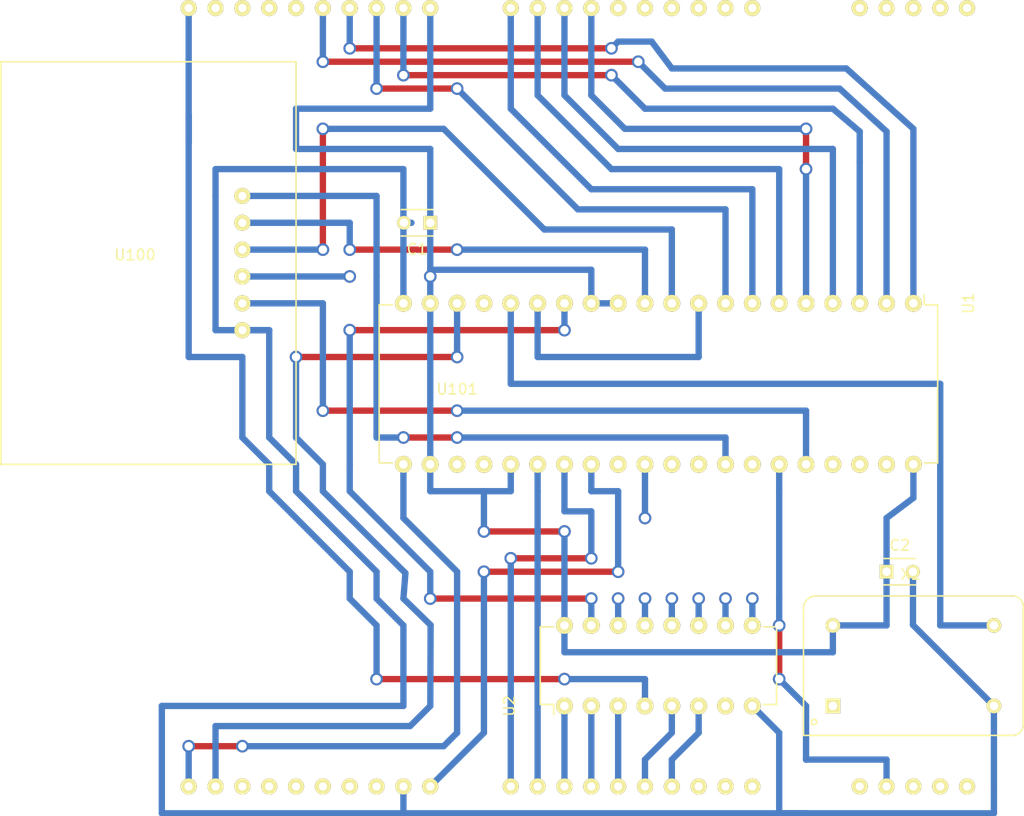
<source format=kicad_pcb>
(kicad_pcb (version 4) (host pcbnew 4.0.2-4+6225~38~ubuntu14.04.1-stable)

  (general
    (links 43)
    (no_connects 2)
    (area 0 0 0 0)
    (thickness 1.6)
    (drawings 0)
    (tracks 261)
    (zones 0)
    (modules 7)
    (nets 70)
  )

  (page A4)
  (layers
    (0 F.Cu signal)
    (31 B.Cu signal)
    (32 B.Adhes user)
    (33 F.Adhes user)
    (34 B.Paste user)
    (35 F.Paste user)
    (36 B.SilkS user)
    (37 F.SilkS user)
    (38 B.Mask user)
    (39 F.Mask user)
    (40 Dwgs.User user)
    (41 Cmts.User user)
    (42 Eco1.User user)
    (43 Eco2.User user)
    (44 Edge.Cuts user)
    (45 Margin user)
    (46 B.CrtYd user)
    (47 F.CrtYd user)
    (48 B.Fab user)
    (49 F.Fab user)
  )

  (setup
    (last_trace_width 0.6)
    (trace_clearance 0.2)
    (zone_clearance 0.508)
    (zone_45_only no)
    (trace_min 0.2)
    (segment_width 0.2)
    (edge_width 0.15)
    (via_size 1.2)
    (via_drill 0.8)
    (via_min_size 0.4)
    (via_min_drill 0.3)
    (uvia_size 0.3)
    (uvia_drill 0.1)
    (uvias_allowed no)
    (uvia_min_size 0.2)
    (uvia_min_drill 0.1)
    (pcb_text_width 0.3)
    (pcb_text_size 1.5 1.5)
    (mod_edge_width 0.15)
    (mod_text_size 1 1)
    (mod_text_width 0.15)
    (pad_size 1.524 1.524)
    (pad_drill 0.762)
    (pad_to_mask_clearance 0.2)
    (aux_axis_origin 0 0)
    (visible_elements FFFFFF7F)
    (pcbplotparams
      (layerselection 0x00030_80000001)
      (usegerberextensions false)
      (excludeedgelayer true)
      (linewidth 0.100000)
      (plotframeref false)
      (viasonmask false)
      (mode 1)
      (useauxorigin false)
      (hpglpennumber 1)
      (hpglpenspeed 20)
      (hpglpendiameter 15)
      (hpglpenoverlay 2)
      (psnegative false)
      (psa4output false)
      (plotreference true)
      (plotvalue true)
      (plotinvisibletext false)
      (padsonsilk false)
      (subtractmaskfromsilk false)
      (outputformat 1)
      (mirror false)
      (drillshape 1)
      (scaleselection 1)
      (outputdirectory ""))
  )

  (net 0 "")
  (net 1 a3)
  (net 2 a4)
  (net 3 a5)
  (net 4 iorq)
  (net 5 a6)
  (net 6 a7)
  (net 7 "Net-(U2-Pad7)")
  (net 8 GND)
  (net 9 "Net-(U2-Pad9)")
  (net 10 "Net-(U2-Pad10)")
  (net 11 "Net-(U2-Pad11)")
  (net 12 "Net-(U2-Pad12)")
  (net 13 "Net-(U2-Pad13)")
  (net 14 "Net-(U2-Pad14)")
  (net 15 uart_cs)
  (net 16 VCC)
  (net 17 dtr)
  (net 18 tx)
  (net 19 rx)
  (net 20 "Net-(U100-Pad3)")
  (net 21 cts)
  (net 22 "Net-(U101-Pad25)")
  (net 23 d5)
  (net 24 d2)
  (net 25 d7)
  (net 26 d0)
  (net 27 d1)
  (net 28 "Net-(U101-Pad16)")
  (net 29 "Net-(U101-Pad17)")
  (net 30 "Net-(U101-Pad18)")
  (net 31 "Net-(U101-Pad19)")
  (net 32 d3)
  (net 33 d4)
  (net 34 "Net-(U101-Pad6)")
  (net 35 "Net-(U101-Pad5)")
  (net 36 "Net-(U101-Pad4)")
  (net 37 "Net-(U101-Pad3)")
  (net 38 "Net-(U101-Pad2)")
  (net 39 "Net-(U101-Pad1)")
  (net 40 d6)
  (net 41 rd)
  (net 42 wr)
  (net 43 "Net-(U101-Pad23)")
  (net 44 "Net-(U101-Pad24)")
  (net 45 "Net-(U101-Pad26)")
  (net 46 "Net-(U101-Pad27)")
  (net 47 "Net-(U101-Pad28)")
  (net 48 a0)
  (net 49 a1)
  (net 50 a2)
  (net 51 "Net-(U101-Pad38)")
  (net 52 "Net-(U101-Pad39)")
  (net 53 "Net-(U101-Pad40)")
  (net 54 "Net-(U101-Pad46)")
  (net 55 reset)
  (net 56 "Net-(X1-Pad1)")
  (net 57 clock)
  (net 58 "Net-(U1-Pad15)")
  (net 59 "Net-(U1-Pad17)")
  (net 60 "Net-(U1-Pad23)")
  (net 61 "Net-(U1-Pad24)")
  (net 62 "Net-(U1-Pad29)")
  (net 63 "Net-(U1-Pad30)")
  (net 64 "Net-(U1-Pad31)")
  (net 65 "Net-(U1-Pad32)")
  (net 66 "Net-(U1-Pad34)")
  (net 67 "Net-(U1-Pad37)")
  (net 68 "Net-(U1-Pad38)")
  (net 69 "Net-(U1-Pad39)")

  (net_class Default "This is the default net class."
    (clearance 0.2)
    (trace_width 0.6)
    (via_dia 1.2)
    (via_drill 0.8)
    (uvia_dia 0.3)
    (uvia_drill 0.1)
    (add_net GND)
    (add_net "Net-(U1-Pad15)")
    (add_net "Net-(U1-Pad17)")
    (add_net "Net-(U1-Pad23)")
    (add_net "Net-(U1-Pad24)")
    (add_net "Net-(U1-Pad29)")
    (add_net "Net-(U1-Pad30)")
    (add_net "Net-(U1-Pad31)")
    (add_net "Net-(U1-Pad32)")
    (add_net "Net-(U1-Pad34)")
    (add_net "Net-(U1-Pad37)")
    (add_net "Net-(U1-Pad38)")
    (add_net "Net-(U1-Pad39)")
    (add_net "Net-(U100-Pad3)")
    (add_net "Net-(U101-Pad1)")
    (add_net "Net-(U101-Pad16)")
    (add_net "Net-(U101-Pad17)")
    (add_net "Net-(U101-Pad18)")
    (add_net "Net-(U101-Pad19)")
    (add_net "Net-(U101-Pad2)")
    (add_net "Net-(U101-Pad23)")
    (add_net "Net-(U101-Pad24)")
    (add_net "Net-(U101-Pad25)")
    (add_net "Net-(U101-Pad26)")
    (add_net "Net-(U101-Pad27)")
    (add_net "Net-(U101-Pad28)")
    (add_net "Net-(U101-Pad3)")
    (add_net "Net-(U101-Pad38)")
    (add_net "Net-(U101-Pad39)")
    (add_net "Net-(U101-Pad4)")
    (add_net "Net-(U101-Pad40)")
    (add_net "Net-(U101-Pad46)")
    (add_net "Net-(U101-Pad5)")
    (add_net "Net-(U101-Pad6)")
    (add_net "Net-(U2-Pad10)")
    (add_net "Net-(U2-Pad11)")
    (add_net "Net-(U2-Pad12)")
    (add_net "Net-(U2-Pad13)")
    (add_net "Net-(U2-Pad14)")
    (add_net "Net-(U2-Pad7)")
    (add_net "Net-(U2-Pad9)")
    (add_net "Net-(X1-Pad1)")
    (add_net VCC)
    (add_net a0)
    (add_net a1)
    (add_net a2)
    (add_net a3)
    (add_net a4)
    (add_net a5)
    (add_net a6)
    (add_net a7)
    (add_net clock)
    (add_net cts)
    (add_net d0)
    (add_net d1)
    (add_net d2)
    (add_net d3)
    (add_net d4)
    (add_net d5)
    (add_net d6)
    (add_net d7)
    (add_net dtr)
    (add_net iorq)
    (add_net rd)
    (add_net reset)
    (add_net rx)
    (add_net tx)
    (add_net uart_cs)
    (add_net wr)
  )

  (module Housings_DIP:DIP-16_W7.62mm (layer F.Cu) (tedit 54130A77) (tstamp 5777FAB1)
    (at 142.24 132.08 90)
    (descr "16-lead dip package, row spacing 7.62 mm (300 mils)")
    (tags "dil dip 2.54 300")
    (path /576A0D11)
    (fp_text reference U2 (at 0 -5.22 90) (layer F.SilkS)
      (effects (font (size 1 1) (thickness 0.15)))
    )
    (fp_text value 74LS238 (at 0 -3.72 90) (layer F.Fab)
      (effects (font (size 1 1) (thickness 0.15)))
    )
    (fp_line (start -1.05 -2.45) (end -1.05 20.25) (layer F.CrtYd) (width 0.05))
    (fp_line (start 8.65 -2.45) (end 8.65 20.25) (layer F.CrtYd) (width 0.05))
    (fp_line (start -1.05 -2.45) (end 8.65 -2.45) (layer F.CrtYd) (width 0.05))
    (fp_line (start -1.05 20.25) (end 8.65 20.25) (layer F.CrtYd) (width 0.05))
    (fp_line (start 0.135 -2.295) (end 0.135 -1.025) (layer F.SilkS) (width 0.15))
    (fp_line (start 7.485 -2.295) (end 7.485 -1.025) (layer F.SilkS) (width 0.15))
    (fp_line (start 7.485 20.075) (end 7.485 18.805) (layer F.SilkS) (width 0.15))
    (fp_line (start 0.135 20.075) (end 0.135 18.805) (layer F.SilkS) (width 0.15))
    (fp_line (start 0.135 -2.295) (end 7.485 -2.295) (layer F.SilkS) (width 0.15))
    (fp_line (start 0.135 20.075) (end 7.485 20.075) (layer F.SilkS) (width 0.15))
    (fp_line (start 0.135 -1.025) (end -0.8 -1.025) (layer F.SilkS) (width 0.15))
    (pad 1 thru_hole oval (at 0 0 90) (size 1.6 1.6) (drill 0.8) (layers *.Cu *.Mask F.SilkS)
      (net 1 a3))
    (pad 2 thru_hole oval (at 0 2.54 90) (size 1.6 1.6) (drill 0.8) (layers *.Cu *.Mask F.SilkS)
      (net 2 a4))
    (pad 3 thru_hole oval (at 0 5.08 90) (size 1.6 1.6) (drill 0.8) (layers *.Cu *.Mask F.SilkS)
      (net 3 a5))
    (pad 4 thru_hole oval (at 0 7.62 90) (size 1.6 1.6) (drill 0.8) (layers *.Cu *.Mask F.SilkS)
      (net 4 iorq))
    (pad 5 thru_hole oval (at 0 10.16 90) (size 1.6 1.6) (drill 0.8) (layers *.Cu *.Mask F.SilkS)
      (net 5 a6))
    (pad 6 thru_hole oval (at 0 12.7 90) (size 1.6 1.6) (drill 0.8) (layers *.Cu *.Mask F.SilkS)
      (net 6 a7))
    (pad 7 thru_hole oval (at 0 15.24 90) (size 1.6 1.6) (drill 0.8) (layers *.Cu *.Mask F.SilkS)
      (net 7 "Net-(U2-Pad7)"))
    (pad 8 thru_hole oval (at 0 17.78 90) (size 1.6 1.6) (drill 0.8) (layers *.Cu *.Mask F.SilkS)
      (net 8 GND))
    (pad 9 thru_hole oval (at 7.62 17.78 90) (size 1.6 1.6) (drill 0.8) (layers *.Cu *.Mask F.SilkS)
      (net 9 "Net-(U2-Pad9)"))
    (pad 10 thru_hole oval (at 7.62 15.24 90) (size 1.6 1.6) (drill 0.8) (layers *.Cu *.Mask F.SilkS)
      (net 10 "Net-(U2-Pad10)"))
    (pad 11 thru_hole oval (at 7.62 12.7 90) (size 1.6 1.6) (drill 0.8) (layers *.Cu *.Mask F.SilkS)
      (net 11 "Net-(U2-Pad11)"))
    (pad 12 thru_hole oval (at 7.62 10.16 90) (size 1.6 1.6) (drill 0.8) (layers *.Cu *.Mask F.SilkS)
      (net 12 "Net-(U2-Pad12)"))
    (pad 13 thru_hole oval (at 7.62 7.62 90) (size 1.6 1.6) (drill 0.8) (layers *.Cu *.Mask F.SilkS)
      (net 13 "Net-(U2-Pad13)"))
    (pad 14 thru_hole oval (at 7.62 5.08 90) (size 1.6 1.6) (drill 0.8) (layers *.Cu *.Mask F.SilkS)
      (net 14 "Net-(U2-Pad14)"))
    (pad 15 thru_hole oval (at 7.62 2.54 90) (size 1.6 1.6) (drill 0.8) (layers *.Cu *.Mask F.SilkS)
      (net 15 uart_cs))
    (pad 16 thru_hole oval (at 7.62 0 90) (size 1.6 1.6) (drill 0.8) (layers *.Cu *.Mask F.SilkS)
      (net 16 VCC))
    (model Housings_DIP.3dshapes/DIP-16_W7.62mm.wrl
      (at (xyz 0 0 0))
      (scale (xyz 1 1 1))
      (rotate (xyz 0 0 0))
    )
  )

  (module kicad:serial_to_usb_large (layer F.Cu) (tedit 5777F346) (tstamp 5777FAC0)
    (at 101.6 88.9)
    (path /5777F6E9)
    (fp_text reference U100 (at 0 0.5) (layer F.SilkS)
      (effects (font (size 1 1) (thickness 0.15)))
    )
    (fp_text value serial_port_interface (at 0 -0.5) (layer F.Fab)
      (effects (font (size 1 1) (thickness 0.15)))
    )
    (fp_line (start 10.16 -17.78) (end 15.24 -17.78) (layer F.SilkS) (width 0.15))
    (fp_line (start 15.24 -17.78) (end 15.24 20.32) (layer F.SilkS) (width 0.15))
    (fp_line (start 15.24 20.32) (end -12.7 20.32) (layer F.SilkS) (width 0.15))
    (fp_line (start -12.7 20.32) (end -12.7 -17.78) (layer F.SilkS) (width 0.15))
    (fp_line (start -12.7 -17.78) (end 10.16 -17.78) (layer F.SilkS) (width 0.15))
    (pad 6 thru_hole circle (at 10.16 -5.08) (size 1.524 1.524) (drill 0.762) (layers *.Cu *.Mask F.SilkS)
      (net 17 dtr))
    (pad 5 thru_hole circle (at 10.16 -2.54) (size 1.524 1.524) (drill 0.762) (layers *.Cu *.Mask F.SilkS)
      (net 18 tx))
    (pad 4 thru_hole circle (at 10.16 0) (size 1.524 1.524) (drill 0.762) (layers *.Cu *.Mask F.SilkS)
      (net 19 rx))
    (pad 3 thru_hole circle (at 10.16 2.54) (size 1.524 1.524) (drill 0.762) (layers *.Cu *.Mask F.SilkS)
      (net 20 "Net-(U100-Pad3)"))
    (pad 2 thru_hole circle (at 10.16 5.08) (size 1.524 1.524) (drill 0.762) (layers *.Cu *.Mask F.SilkS)
      (net 21 cts))
    (pad 1 thru_hole circle (at 10.16 7.62) (size 1.524 1.524) (drill 0.762) (layers *.Cu *.Mask F.SilkS)
      (net 8 GND))
  )

  (module kicad:z80systemboard (layer F.Cu) (tedit 572E37BF) (tstamp 5777FAF6)
    (at 132.08 101.6)
    (path /576A08A0)
    (fp_text reference U101 (at 0 0.5) (layer F.SilkS)
      (effects (font (size 1 1) (thickness 0.15)))
    )
    (fp_text value z80pcb (at 0 -0.5) (layer F.Fab)
      (effects (font (size 1 1) (thickness 0.15)))
    )
    (pad 25 thru_hole circle (at -15.24 38.1) (size 1.524 1.524) (drill 0.762) (layers *.Cu *.Mask F.SilkS)
      (net 22 "Net-(U101-Pad25)"))
    (pad 9 thru_hole circle (at 7.62 -35.56) (size 1.524 1.524) (drill 0.762) (layers *.Cu *.Mask F.SilkS)
      (net 23 d5))
    (pad 12 thru_hole circle (at -5.08 -35.56) (size 1.524 1.524) (drill 0.762) (layers *.Cu *.Mask F.SilkS)
      (net 24 d2))
    (pad 11 thru_hole circle (at -2.54 -35.56) (size 1.524 1.524) (drill 0.762) (layers *.Cu *.Mask F.SilkS)
      (net 16 VCC))
    (pad 13 thru_hole circle (at -7.62 -35.56) (size 1.524 1.524) (drill 0.762) (layers *.Cu *.Mask F.SilkS)
      (net 25 d7))
    (pad 14 thru_hole circle (at -10.16 -35.56) (size 1.524 1.524) (drill 0.762) (layers *.Cu *.Mask F.SilkS)
      (net 26 d0))
    (pad 15 thru_hole circle (at -12.7 -35.56) (size 1.524 1.524) (drill 0.762) (layers *.Cu *.Mask F.SilkS)
      (net 27 d1))
    (pad 16 thru_hole circle (at -15.24 -35.56) (size 1.524 1.524) (drill 0.762) (layers *.Cu *.Mask F.SilkS)
      (net 28 "Net-(U101-Pad16)"))
    (pad 17 thru_hole circle (at -17.78 -35.56) (size 1.524 1.524) (drill 0.762) (layers *.Cu *.Mask F.SilkS)
      (net 29 "Net-(U101-Pad17)"))
    (pad 18 thru_hole circle (at -20.32 -35.56) (size 1.524 1.524) (drill 0.762) (layers *.Cu *.Mask F.SilkS)
      (net 30 "Net-(U101-Pad18)"))
    (pad 19 thru_hole circle (at -22.86 -35.56) (size 1.524 1.524) (drill 0.762) (layers *.Cu *.Mask F.SilkS)
      (net 31 "Net-(U101-Pad19)"))
    (pad 20 thru_hole circle (at -25.4 -35.56) (size 1.524 1.524) (drill 0.762) (layers *.Cu *.Mask F.SilkS)
      (net 4 iorq))
    (pad 8 thru_hole circle (at 10.16 -35.56) (size 1.524 1.524) (drill 0.762) (layers *.Cu *.Mask F.SilkS)
      (net 32 d3))
    (pad 7 thru_hole circle (at 12.7 -35.56) (size 1.524 1.524) (drill 0.762) (layers *.Cu *.Mask F.SilkS)
      (net 33 d4))
    (pad 6 thru_hole circle (at 15.24 -35.56) (size 1.524 1.524) (drill 0.762) (layers *.Cu *.Mask F.SilkS)
      (net 34 "Net-(U101-Pad6)"))
    (pad 5 thru_hole circle (at 17.78 -35.56) (size 1.524 1.524) (drill 0.762) (layers *.Cu *.Mask F.SilkS)
      (net 35 "Net-(U101-Pad5)"))
    (pad 4 thru_hole circle (at 20.32 -35.56) (size 1.524 1.524) (drill 0.762) (layers *.Cu *.Mask F.SilkS)
      (net 36 "Net-(U101-Pad4)"))
    (pad 3 thru_hole circle (at 22.86 -35.56) (size 1.524 1.524) (drill 0.762) (layers *.Cu *.Mask F.SilkS)
      (net 37 "Net-(U101-Pad3)"))
    (pad 2 thru_hole circle (at 25.4 -35.56) (size 1.524 1.524) (drill 0.762) (layers *.Cu *.Mask F.SilkS)
      (net 38 "Net-(U101-Pad2)"))
    (pad 1 thru_hole circle (at 27.94 -35.56) (size 1.524 1.524) (drill 0.762) (layers *.Cu *.Mask F.SilkS)
      (net 39 "Net-(U101-Pad1)"))
    (pad 10 thru_hole circle (at 5.08 -35.56) (size 1.524 1.524) (drill 0.762) (layers *.Cu *.Mask F.SilkS)
      (net 40 d6))
    (pad 21 thru_hole circle (at -25.4 38.1) (size 1.524 1.524) (drill 0.762) (layers *.Cu *.Mask F.SilkS)
      (net 41 rd))
    (pad 22 thru_hole circle (at -22.86 38.1) (size 1.524 1.524) (drill 0.762) (layers *.Cu *.Mask F.SilkS)
      (net 42 wr))
    (pad 23 thru_hole circle (at -20.32 38.1) (size 1.524 1.524) (drill 0.762) (layers *.Cu *.Mask F.SilkS)
      (net 43 "Net-(U101-Pad23)"))
    (pad 24 thru_hole circle (at -17.78 38.1) (size 1.524 1.524) (drill 0.762) (layers *.Cu *.Mask F.SilkS)
      (net 44 "Net-(U101-Pad24)"))
    (pad 26 thru_hole circle (at -12.7 38.1) (size 1.524 1.524) (drill 0.762) (layers *.Cu *.Mask F.SilkS)
      (net 45 "Net-(U101-Pad26)"))
    (pad 27 thru_hole circle (at -10.16 38.1) (size 1.524 1.524) (drill 0.762) (layers *.Cu *.Mask F.SilkS)
      (net 46 "Net-(U101-Pad27)"))
    (pad 28 thru_hole circle (at -7.62 38.1) (size 1.524 1.524) (drill 0.762) (layers *.Cu *.Mask F.SilkS)
      (net 47 "Net-(U101-Pad28)"))
    (pad 29 thru_hole circle (at -5.08 38.1) (size 1.524 1.524) (drill 0.762) (layers *.Cu *.Mask F.SilkS)
      (net 8 GND))
    (pad 30 thru_hole circle (at -2.54 38.1) (size 1.524 1.524) (drill 0.762) (layers *.Cu *.Mask F.SilkS)
      (net 48 a0))
    (pad 31 thru_hole circle (at 5.08 38.1) (size 1.524 1.524) (drill 0.762) (layers *.Cu *.Mask F.SilkS)
      (net 49 a1))
    (pad 32 thru_hole circle (at 7.62 38.1) (size 1.524 1.524) (drill 0.762) (layers *.Cu *.Mask F.SilkS)
      (net 50 a2))
    (pad 33 thru_hole circle (at 10.16 38.1) (size 1.524 1.524) (drill 0.762) (layers *.Cu *.Mask F.SilkS)
      (net 1 a3))
    (pad 34 thru_hole circle (at 12.7 38.1) (size 1.524 1.524) (drill 0.762) (layers *.Cu *.Mask F.SilkS)
      (net 2 a4))
    (pad 35 thru_hole circle (at 15.24 38.1) (size 1.524 1.524) (drill 0.762) (layers *.Cu *.Mask F.SilkS)
      (net 3 a5))
    (pad 36 thru_hole circle (at 17.78 38.1) (size 1.524 1.524) (drill 0.762) (layers *.Cu *.Mask F.SilkS)
      (net 5 a6))
    (pad 37 thru_hole circle (at 20.32 38.1) (size 1.524 1.524) (drill 0.762) (layers *.Cu *.Mask F.SilkS)
      (net 6 a7))
    (pad 38 thru_hole circle (at 22.86 38.1) (size 1.524 1.524) (drill 0.762) (layers *.Cu *.Mask F.SilkS)
      (net 51 "Net-(U101-Pad38)"))
    (pad 39 thru_hole circle (at 25.4 38.1) (size 1.524 1.524) (drill 0.762) (layers *.Cu *.Mask F.SilkS)
      (net 52 "Net-(U101-Pad39)"))
    (pad 40 thru_hole circle (at 27.94 38.1) (size 1.524 1.524) (drill 0.762) (layers *.Cu *.Mask F.SilkS)
      (net 53 "Net-(U101-Pad40)"))
    (pad 45 thru_hole circle (at 38.1 -35.56) (size 1.524 1.524) (drill 0.762) (layers *.Cu *.Mask F.SilkS))
    (pad 44 thru_hole circle (at 40.64 -35.56) (size 1.524 1.524) (drill 0.762) (layers *.Cu *.Mask F.SilkS))
    (pad 43 thru_hole circle (at 43.18 -35.56) (size 1.524 1.524) (drill 0.762) (layers *.Cu *.Mask F.SilkS))
    (pad 42 thru_hole circle (at 45.72 -35.56) (size 1.524 1.524) (drill 0.762) (layers *.Cu *.Mask F.SilkS))
    (pad 41 thru_hole circle (at 48.26 -35.56) (size 1.524 1.524) (drill 0.762) (layers *.Cu *.Mask F.SilkS))
    (pad 46 thru_hole circle (at 38.1 38.1) (size 1.524 1.524) (drill 0.762) (layers *.Cu *.Mask F.SilkS)
      (net 54 "Net-(U101-Pad46)"))
    (pad 47 thru_hole circle (at 40.64 38.1) (size 1.524 1.524) (drill 0.762) (layers *.Cu *.Mask F.SilkS)
      (net 55 reset))
    (pad 48 thru_hole circle (at 43.18 38.1) (size 1.524 1.524) (drill 0.762) (layers *.Cu *.Mask F.SilkS))
    (pad 49 thru_hole circle (at 45.72 38.1) (size 1.524 1.524) (drill 0.762) (layers *.Cu *.Mask F.SilkS))
    (pad 50 thru_hole circle (at 48.26 38.1) (size 1.524 1.524) (drill 0.762) (layers *.Cu *.Mask F.SilkS))
  )

  (module Oscillators:KXO-200 (layer F.Cu) (tedit 0) (tstamp 5777FB06)
    (at 175.26 128.27)
    (descr "OSCILLATOR IC KXO-200 Throuhole")
    (tags "X-Tal OSCILLATOR KXO-200")
    (path /576A1F0F)
    (fp_text reference X1 (at -0.254 -8.636) (layer F.SilkS)
      (effects (font (size 1 1) (thickness 0.15)))
    )
    (fp_text value XO-14S (at 0 8.636) (layer F.Fab)
      (effects (font (size 1 1) (thickness 0.15)))
    )
    (fp_circle (center -9.398 5.334) (end -9.398 5.588) (layer F.SilkS) (width 0.15))
    (fp_line (start -10.39876 -5.40004) (end -10.39876 6.59892) (layer F.SilkS) (width 0.15))
    (fp_line (start 9.40054 6.59892) (end -10.39876 6.59892) (layer F.SilkS) (width 0.15))
    (fp_line (start 10.39876 -5.6007) (end 10.39876 5.4991) (layer F.SilkS) (width 0.15))
    (fp_line (start -9.10082 -6.59892) (end 9.40054 -6.59892) (layer F.SilkS) (width 0.15))
    (fp_arc (start 9.40054 -5.6007) (end 9.40054 -6.59892) (angle 90) (layer F.SilkS) (width 0.15))
    (fp_arc (start -9.20496 -5.40004) (end -10.40384 -5.40004) (angle 90) (layer F.SilkS) (width 0.15))
    (fp_arc (start 9.40054 5.6007) (end 10.39876 5.6007) (angle 90) (layer F.SilkS) (width 0.15))
    (pad 1 thru_hole rect (at -7.62 3.81) (size 1.397 1.397) (drill 0.8128) (layers *.Cu *.Mask F.SilkS)
      (net 56 "Net-(X1-Pad1)"))
    (pad 7 thru_hole circle (at 7.62 3.81) (size 1.397 1.397) (drill 0.8128) (layers *.Cu *.Mask F.SilkS)
      (net 8 GND))
    (pad 8 thru_hole circle (at 7.62 -3.81) (size 1.397 1.397) (drill 0.8128) (layers *.Cu *.Mask F.SilkS)
      (net 57 clock))
    (pad 14 thru_hole circle (at -7.62 -3.81) (size 1.397 1.397) (drill 0.8128) (layers *.Cu *.Mask F.SilkS)
      (net 16 VCC))
    (model Oscillators.3dshapes/KXO-200.wrl
      (at (xyz 0 0 0))
      (scale (xyz 1 1 1))
      (rotate (xyz 0 0 0))
    )
  )

  (module Housings_DIP:DIP-40_W15.24mm (layer F.Cu) (tedit 54130A77) (tstamp 5777FB74)
    (at 175.26 93.98 270)
    (descr "40-lead dip package, row spacing 15.24 mm (600 mils)")
    (tags "dil dip 2.54 600")
    (path /576A0977)
    (fp_text reference U1 (at 0 -5.22 270) (layer F.SilkS)
      (effects (font (size 1 1) (thickness 0.15)))
    )
    (fp_text value 16550 (at 0 -3.72 270) (layer F.Fab)
      (effects (font (size 1 1) (thickness 0.15)))
    )
    (fp_line (start -1.05 -2.45) (end -1.05 50.75) (layer F.CrtYd) (width 0.05))
    (fp_line (start 16.3 -2.45) (end 16.3 50.75) (layer F.CrtYd) (width 0.05))
    (fp_line (start -1.05 -2.45) (end 16.3 -2.45) (layer F.CrtYd) (width 0.05))
    (fp_line (start -1.05 50.75) (end 16.3 50.75) (layer F.CrtYd) (width 0.05))
    (fp_line (start 0.135 -2.295) (end 0.135 -1.025) (layer F.SilkS) (width 0.15))
    (fp_line (start 15.105 -2.295) (end 15.105 -1.025) (layer F.SilkS) (width 0.15))
    (fp_line (start 15.105 50.555) (end 15.105 49.285) (layer F.SilkS) (width 0.15))
    (fp_line (start 0.135 50.555) (end 0.135 49.285) (layer F.SilkS) (width 0.15))
    (fp_line (start 0.135 -2.295) (end 15.105 -2.295) (layer F.SilkS) (width 0.15))
    (fp_line (start 0.135 50.555) (end 15.105 50.555) (layer F.SilkS) (width 0.15))
    (fp_line (start 0.135 -1.025) (end -0.8 -1.025) (layer F.SilkS) (width 0.15))
    (pad 1 thru_hole oval (at 0 0 270) (size 1.6 1.6) (drill 0.8) (layers *.Cu *.Mask F.SilkS)
      (net 26 d0))
    (pad 2 thru_hole oval (at 0 2.54 270) (size 1.6 1.6) (drill 0.8) (layers *.Cu *.Mask F.SilkS)
      (net 27 d1))
    (pad 3 thru_hole oval (at 0 5.08 270) (size 1.6 1.6) (drill 0.8) (layers *.Cu *.Mask F.SilkS)
      (net 24 d2))
    (pad 4 thru_hole oval (at 0 7.62 270) (size 1.6 1.6) (drill 0.8) (layers *.Cu *.Mask F.SilkS)
      (net 32 d3))
    (pad 5 thru_hole oval (at 0 10.16 270) (size 1.6 1.6) (drill 0.8) (layers *.Cu *.Mask F.SilkS)
      (net 33 d4))
    (pad 6 thru_hole oval (at 0 12.7 270) (size 1.6 1.6) (drill 0.8) (layers *.Cu *.Mask F.SilkS)
      (net 23 d5))
    (pad 7 thru_hole oval (at 0 15.24 270) (size 1.6 1.6) (drill 0.8) (layers *.Cu *.Mask F.SilkS)
      (net 40 d6))
    (pad 8 thru_hole oval (at 0 17.78 270) (size 1.6 1.6) (drill 0.8) (layers *.Cu *.Mask F.SilkS)
      (net 25 d7))
    (pad 9 thru_hole oval (at 0 20.32 270) (size 1.6 1.6) (drill 0.8) (layers *.Cu *.Mask F.SilkS)
      (net 58 "Net-(U1-Pad15)"))
    (pad 10 thru_hole oval (at 0 22.86 270) (size 1.6 1.6) (drill 0.8) (layers *.Cu *.Mask F.SilkS)
      (net 19 rx))
    (pad 11 thru_hole oval (at 0 25.4 270) (size 1.6 1.6) (drill 0.8) (layers *.Cu *.Mask F.SilkS)
      (net 18 tx))
    (pad 12 thru_hole oval (at 0 27.94 270) (size 1.6 1.6) (drill 0.8) (layers *.Cu *.Mask F.SilkS)
      (net 16 VCC))
    (pad 13 thru_hole oval (at 0 30.48 270) (size 1.6 1.6) (drill 0.8) (layers *.Cu *.Mask F.SilkS)
      (net 16 VCC))
    (pad 14 thru_hole oval (at 0 33.02 270) (size 1.6 1.6) (drill 0.8) (layers *.Cu *.Mask F.SilkS)
      (net 15 uart_cs))
    (pad 15 thru_hole oval (at 0 35.56 270) (size 1.6 1.6) (drill 0.8) (layers *.Cu *.Mask F.SilkS)
      (net 58 "Net-(U1-Pad15)"))
    (pad 16 thru_hole oval (at 0 38.1 270) (size 1.6 1.6) (drill 0.8) (layers *.Cu *.Mask F.SilkS)
      (net 57 clock))
    (pad 17 thru_hole oval (at 0 40.64 270) (size 1.6 1.6) (drill 0.8) (layers *.Cu *.Mask F.SilkS)
      (net 59 "Net-(U1-Pad17)"))
    (pad 18 thru_hole oval (at 0 43.18 270) (size 1.6 1.6) (drill 0.8) (layers *.Cu *.Mask F.SilkS)
      (net 42 wr))
    (pad 19 thru_hole oval (at 0 45.72 270) (size 1.6 1.6) (drill 0.8) (layers *.Cu *.Mask F.SilkS)
      (net 16 VCC))
    (pad 20 thru_hole oval (at 0 48.26 270) (size 1.6 1.6) (drill 0.8) (layers *.Cu *.Mask F.SilkS)
      (net 8 GND))
    (pad 21 thru_hole oval (at 15.24 48.26 270) (size 1.6 1.6) (drill 0.8) (layers *.Cu *.Mask F.SilkS)
      (net 41 rd))
    (pad 22 thru_hole oval (at 15.24 45.72 270) (size 1.6 1.6) (drill 0.8) (layers *.Cu *.Mask F.SilkS)
      (net 16 VCC))
    (pad 23 thru_hole oval (at 15.24 43.18 270) (size 1.6 1.6) (drill 0.8) (layers *.Cu *.Mask F.SilkS)
      (net 60 "Net-(U1-Pad23)"))
    (pad 24 thru_hole oval (at 15.24 40.64 270) (size 1.6 1.6) (drill 0.8) (layers *.Cu *.Mask F.SilkS)
      (net 61 "Net-(U1-Pad24)"))
    (pad 25 thru_hole oval (at 15.24 38.1 270) (size 1.6 1.6) (drill 0.8) (layers *.Cu *.Mask F.SilkS)
      (net 16 VCC))
    (pad 26 thru_hole oval (at 15.24 35.56 270) (size 1.6 1.6) (drill 0.8) (layers *.Cu *.Mask F.SilkS)
      (net 50 a2))
    (pad 27 thru_hole oval (at 15.24 33.02 270) (size 1.6 1.6) (drill 0.8) (layers *.Cu *.Mask F.SilkS)
      (net 49 a1))
    (pad 28 thru_hole oval (at 15.24 30.48 270) (size 1.6 1.6) (drill 0.8) (layers *.Cu *.Mask F.SilkS)
      (net 48 a0))
    (pad 29 thru_hole oval (at 15.24 27.94 270) (size 1.6 1.6) (drill 0.8) (layers *.Cu *.Mask F.SilkS)
      (net 62 "Net-(U1-Pad29)"))
    (pad 30 thru_hole oval (at 15.24 25.4 270) (size 1.6 1.6) (drill 0.8) (layers *.Cu *.Mask F.SilkS)
      (net 63 "Net-(U1-Pad30)"))
    (pad 31 thru_hole oval (at 15.24 22.86 270) (size 1.6 1.6) (drill 0.8) (layers *.Cu *.Mask F.SilkS)
      (net 64 "Net-(U1-Pad31)"))
    (pad 32 thru_hole oval (at 15.24 20.32 270) (size 1.6 1.6) (drill 0.8) (layers *.Cu *.Mask F.SilkS)
      (net 65 "Net-(U1-Pad32)"))
    (pad 33 thru_hole oval (at 15.24 17.78 270) (size 1.6 1.6) (drill 0.8) (layers *.Cu *.Mask F.SilkS)
      (net 17 dtr))
    (pad 34 thru_hole oval (at 15.24 15.24 270) (size 1.6 1.6) (drill 0.8) (layers *.Cu *.Mask F.SilkS)
      (net 66 "Net-(U1-Pad34)"))
    (pad 35 thru_hole oval (at 15.24 12.7 270) (size 1.6 1.6) (drill 0.8) (layers *.Cu *.Mask F.SilkS)
      (net 55 reset))
    (pad 36 thru_hole oval (at 15.24 10.16 270) (size 1.6 1.6) (drill 0.8) (layers *.Cu *.Mask F.SilkS)
      (net 21 cts))
    (pad 37 thru_hole oval (at 15.24 7.62 270) (size 1.6 1.6) (drill 0.8) (layers *.Cu *.Mask F.SilkS)
      (net 67 "Net-(U1-Pad37)"))
    (pad 38 thru_hole oval (at 15.24 5.08 270) (size 1.6 1.6) (drill 0.8) (layers *.Cu *.Mask F.SilkS)
      (net 68 "Net-(U1-Pad38)"))
    (pad 39 thru_hole oval (at 15.24 2.54 270) (size 1.6 1.6) (drill 0.8) (layers *.Cu *.Mask F.SilkS)
      (net 69 "Net-(U1-Pad39)"))
    (pad 40 thru_hole oval (at 15.24 0 270) (size 1.6 1.6) (drill 0.8) (layers *.Cu *.Mask F.SilkS)
      (net 16 VCC))
    (model Housings_DIP.3dshapes/DIP-40_W15.24mm.wrl
      (at (xyz 0 0 0))
      (scale (xyz 1 1 1))
      (rotate (xyz 0 0 0))
    )
  )

  (module Capacitors_ThroughHole:C_Disc_D3_P2.5 (layer F.Cu) (tedit 57796D16) (tstamp 57796CF3)
    (at 129.54 86.36 180)
    (descr "Capacitor 3mm Disc, Pitch 2.5mm")
    (tags Capacitor)
    (path /57796E04)
    (fp_text reference C1 (at 1.25 -2.5 180) (layer F.SilkS)
      (effects (font (size 1 1) (thickness 0.15)))
    )
    (fp_text value 100nF (at 0 0 180) (layer F.Fab)
      (effects (font (size 1 1) (thickness 0.15)))
    )
    (fp_line (start -0.9 -1.5) (end 3.4 -1.5) (layer F.CrtYd) (width 0.05))
    (fp_line (start 3.4 -1.5) (end 3.4 1.5) (layer F.CrtYd) (width 0.05))
    (fp_line (start 3.4 1.5) (end -0.9 1.5) (layer F.CrtYd) (width 0.05))
    (fp_line (start -0.9 1.5) (end -0.9 -1.5) (layer F.CrtYd) (width 0.05))
    (fp_line (start -0.25 -1.25) (end 2.75 -1.25) (layer F.SilkS) (width 0.15))
    (fp_line (start 2.75 1.25) (end -0.25 1.25) (layer F.SilkS) (width 0.15))
    (pad 1 thru_hole rect (at 0 0 180) (size 1.3 1.3) (drill 0.8) (layers *.Cu *.Mask F.SilkS)
      (net 16 VCC))
    (pad 2 thru_hole circle (at 2.5 0 180) (size 1.3 1.3) (drill 0.8001) (layers *.Cu *.Mask F.SilkS)
      (net 8 GND))
    (model Capacitors_ThroughHole.3dshapes/C_Disc_D3_P2.5.wrl
      (at (xyz 0.0492126 0 0))
      (scale (xyz 1 1 1))
      (rotate (xyz 0 0 0))
    )
  )

  (module Capacitors_ThroughHole:C_Disc_D3_P2.5 (layer F.Cu) (tedit 0) (tstamp 5779712C)
    (at 172.72 119.38)
    (descr "Capacitor 3mm Disc, Pitch 2.5mm")
    (tags Capacitor)
    (path /57797882)
    (fp_text reference C2 (at 1.25 -2.5) (layer F.SilkS)
      (effects (font (size 1 1) (thickness 0.15)))
    )
    (fp_text value 100nF (at 1.25 2.5) (layer F.Fab)
      (effects (font (size 1 1) (thickness 0.15)))
    )
    (fp_line (start -0.9 -1.5) (end 3.4 -1.5) (layer F.CrtYd) (width 0.05))
    (fp_line (start 3.4 -1.5) (end 3.4 1.5) (layer F.CrtYd) (width 0.05))
    (fp_line (start 3.4 1.5) (end -0.9 1.5) (layer F.CrtYd) (width 0.05))
    (fp_line (start -0.9 1.5) (end -0.9 -1.5) (layer F.CrtYd) (width 0.05))
    (fp_line (start -0.25 -1.25) (end 2.75 -1.25) (layer F.SilkS) (width 0.15))
    (fp_line (start 2.75 1.25) (end -0.25 1.25) (layer F.SilkS) (width 0.15))
    (pad 1 thru_hole rect (at 0 0) (size 1.3 1.3) (drill 0.8) (layers *.Cu *.Mask F.SilkS)
      (net 16 VCC))
    (pad 2 thru_hole circle (at 2.5 0) (size 1.3 1.3) (drill 0.8001) (layers *.Cu *.Mask F.SilkS)
      (net 8 GND))
    (model Capacitors_ThroughHole.3dshapes/C_Disc_D3_P2.5.wrl
      (at (xyz 0.049213 0 0))
      (scale (xyz 1 1 1))
      (rotate (xyz 0 0 0))
    )
  )

  (segment (start 142.24 132.08) (end 142.24 139.7) (width 0.6) (layer B.Cu) (net 1) (status 30))
  (segment (start 144.78 132.08) (end 144.78 139.7) (width 0.6) (layer B.Cu) (net 2) (status 30))
  (segment (start 147.32 132.08) (end 147.32 139.7) (width 0.6) (layer B.Cu) (net 3) (status 30))
  (segment (start 106.68 76.2) (end 106.68 99.06) (width 0.6) (layer B.Cu) (net 4))
  (segment (start 124.46 124.46) (end 124.46 129.54) (width 0.6) (layer B.Cu) (net 4) (tstamp 57796A81))
  (segment (start 121.92 121.92) (end 124.46 124.46) (width 0.6) (layer B.Cu) (net 4) (tstamp 57796A80))
  (segment (start 121.92 119.38) (end 121.92 121.92) (width 0.6) (layer B.Cu) (net 4) (tstamp 57796A7E))
  (segment (start 114.3 111.76) (end 121.92 119.38) (width 0.6) (layer B.Cu) (net 4) (tstamp 57796A7D))
  (segment (start 114.3 109.22) (end 114.3 111.76) (width 0.6) (layer B.Cu) (net 4) (tstamp 57796A7C))
  (segment (start 111.76 106.68) (end 114.3 109.22) (width 0.6) (layer B.Cu) (net 4) (tstamp 57796A7A))
  (segment (start 111.76 99.06) (end 111.76 106.68) (width 0.6) (layer B.Cu) (net 4) (tstamp 57796A79))
  (segment (start 106.68 99.06) (end 111.76 99.06) (width 0.6) (layer B.Cu) (net 4) (tstamp 57796A75))
  (via (at 124.46 129.54) (size 1.2) (drill 0.8) (layers F.Cu B.Cu) (net 4))
  (segment (start 149.86 129.54) (end 149.86 132.08) (width 0.6) (layer B.Cu) (net 4) (tstamp 5777FE4D) (status 20))
  (segment (start 142.24 129.54) (end 149.86 129.54) (width 0.6) (layer B.Cu) (net 4) (tstamp 5777FE4C))
  (via (at 142.24 129.54) (size 1.2) (drill 0.8) (layers F.Cu B.Cu) (net 4))
  (segment (start 124.46 129.54) (end 142.24 129.54) (width 0.6) (layer F.Cu) (net 4) (tstamp 5777FE49))
  (segment (start 106.68 66.04) (end 106.68 76.2) (width 0.6) (layer B.Cu) (net 4) (status 10))
  (segment (start 106.68 76.2) (end 106.68 78.74) (width 0.6) (layer B.Cu) (net 4) (tstamp 57796A73) (status 10))
  (segment (start 124.46 129.54) (end 124.46 129.54) (width 0.6) (layer B.Cu) (net 4) (tstamp 5779407A))
  (segment (start 152.4 132.08) (end 152.4 134.62) (width 0.6) (layer B.Cu) (net 5) (status 10))
  (segment (start 149.86 137.16) (end 149.86 139.7) (width 0.6) (layer B.Cu) (net 5) (tstamp 5777FDF2) (status 20))
  (segment (start 152.4 134.62) (end 149.86 137.16) (width 0.6) (layer B.Cu) (net 5) (tstamp 5777FDF1))
  (segment (start 154.94 132.08) (end 154.94 134.62) (width 0.6) (layer B.Cu) (net 6) (status 10))
  (segment (start 152.4 137.16) (end 152.4 139.7) (width 0.6) (layer B.Cu) (net 6) (tstamp 5777FDF6) (status 20))
  (segment (start 154.94 134.62) (end 152.4 137.16) (width 0.6) (layer B.Cu) (net 6) (tstamp 5777FDF5))
  (segment (start 175.22 119.38) (end 175.22 124.42) (width 0.6) (layer B.Cu) (net 8) (status 400000))
  (segment (start 175.22 124.42) (end 182.88 132.08) (width 0.6) (layer B.Cu) (net 8) (tstamp 577971F3) (status 800000))
  (segment (start 127.04 86.36) (end 127.762 86.36) (width 0.6) (layer B.Cu) (net 8))
  (segment (start 127 132.08) (end 104.14 132.08) (width 0.6) (layer B.Cu) (net 8))
  (segment (start 127 142.24) (end 104.14 142.24) (width 0.6) (layer B.Cu) (net 8))
  (segment (start 114.3 106.68) (end 116.84 109.22) (width 0.6) (layer B.Cu) (net 8) (tstamp 57796A1D))
  (segment (start 116.84 109.22) (end 116.84 111.76) (width 0.6) (layer B.Cu) (net 8) (tstamp 57796A24))
  (segment (start 116.84 111.76) (end 124.46 119.38) (width 0.6) (layer B.Cu) (net 8) (tstamp 57796A26))
  (segment (start 124.46 119.38) (end 124.46 121.92) (width 0.6) (layer B.Cu) (net 8) (tstamp 57796A28))
  (segment (start 124.46 121.92) (end 127 124.46) (width 0.6) (layer B.Cu) (net 8) (tstamp 57796A2A))
  (segment (start 127 124.46) (end 127 132.08) (width 0.6) (layer B.Cu) (net 8) (tstamp 57796A2C))
  (segment (start 114.3 106.68) (end 114.3 96.52) (width 0.6) (layer B.Cu) (net 8))
  (segment (start 104.14 132.08) (end 104.14 142.24) (width 0.6) (layer B.Cu) (net 8) (tstamp 57796A37))
  (segment (start 127 85.09) (end 127 93.98) (width 0.6) (layer B.Cu) (net 8) (tstamp 5777FE12) (status 20))
  (segment (start 109.22 96.52) (end 109.22 83.82) (width 0.6) (layer B.Cu) (net 8))
  (segment (start 127 81.28) (end 127 85.09) (width 0.6) (layer B.Cu) (net 8) (tstamp 5777FE10))
  (segment (start 109.22 81.28) (end 127 81.28) (width 0.6) (layer B.Cu) (net 8) (tstamp 5777FE0E))
  (segment (start 109.22 83.82) (end 109.22 81.28) (width 0.6) (layer B.Cu) (net 8) (tstamp 5777FE0C))
  (segment (start 109.22 96.52) (end 114.3 96.52) (width 0.6) (layer B.Cu) (net 8) (tstamp 5777FE09) (status 20))
  (segment (start 114.3 96.52) (end 111.76 96.52) (width 0.6) (layer B.Cu) (net 8) (tstamp 5779421B) (status 20))
  (segment (start 165.1 142.24) (end 182.88 142.24) (width 0.6) (layer B.Cu) (net 8))
  (segment (start 182.88 139.7) (end 182.88 132.08) (width 0.6) (layer B.Cu) (net 8) (tstamp 5777FE03) (status 20))
  (segment (start 182.88 142.24) (end 182.88 139.7) (width 0.6) (layer B.Cu) (net 8) (tstamp 5777FE01))
  (segment (start 127 139.7) (end 127 142.24) (width 0.6) (layer B.Cu) (net 8) (status 10))
  (segment (start 162.56 134.62) (end 160.02 132.08) (width 0.6) (layer B.Cu) (net 8) (tstamp 5777FDFE) (status 20))
  (segment (start 162.56 142.24) (end 162.56 134.62) (width 0.6) (layer B.Cu) (net 8) (tstamp 5777FDFD))
  (segment (start 165.1 142.24) (end 162.56 142.24) (width 0.6) (layer B.Cu) (net 8) (tstamp 5777FDFB))
  (segment (start 127 142.24) (end 165.1 142.24) (width 0.6) (layer B.Cu) (net 8) (tstamp 5777FDFA))
  (segment (start 160.02 124.46) (end 160.02 121.92) (width 0.6) (layer B.Cu) (net 9))
  (via (at 160.02 121.92) (size 1.2) (drill 0.8) (layers F.Cu B.Cu) (net 9))
  (via (at 157.48 121.92) (size 1.2) (drill 0.8) (layers F.Cu B.Cu) (net 10))
  (segment (start 157.48 121.92) (end 157.48 121.92) (width 0.6) (layer B.Cu) (net 10))
  (segment (start 157.48 121.92) (end 157.48 121.92) (width 0.6) (layer B.Cu) (net 10) (tstamp 577864BE))
  (segment (start 157.48 124.46) (end 157.48 121.92) (width 0.6) (layer B.Cu) (net 10) (status 10))
  (segment (start 154.94 124.46) (end 154.94 121.92) (width 0.6) (layer B.Cu) (net 11))
  (via (at 154.94 121.92) (size 1.2) (drill 0.8) (layers F.Cu B.Cu) (net 11))
  (segment (start 152.4 124.46) (end 152.4 121.92) (width 0.6) (layer B.Cu) (net 12))
  (via (at 152.4 121.92) (size 1.2) (drill 0.8) (layers F.Cu B.Cu) (net 12))
  (segment (start 149.86 121.92) (end 149.86 121.92) (width 0.6) (layer B.Cu) (net 13))
  (segment (start 149.86 121.92) (end 149.86 121.92) (width 0.6) (layer B.Cu) (net 13) (tstamp 57786497))
  (segment (start 149.86 124.46) (end 149.86 121.92) (width 0.6) (layer B.Cu) (net 13) (status 10))
  (via (at 149.86 121.92) (size 1.2) (drill 0.8) (layers F.Cu B.Cu) (net 13))
  (segment (start 147.32 124.46) (end 147.32 121.92) (width 0.6) (layer B.Cu) (net 14))
  (via (at 147.32 121.92) (size 1.2) (drill 0.8) (layers F.Cu B.Cu) (net 14))
  (segment (start 144.78 124.46) (end 144.78 121.92) (width 0.6) (layer B.Cu) (net 15))
  (segment (start 142.24 96.52) (end 142.24 93.98) (width 0.6) (layer B.Cu) (net 15) (tstamp 5778985E))
  (via (at 142.24 96.52) (size 1.2) (drill 0.8) (layers F.Cu B.Cu) (net 15))
  (segment (start 121.92 96.52) (end 142.24 96.52) (width 0.6) (layer F.Cu) (net 15) (tstamp 5778985B))
  (via (at 121.92 96.52) (size 1.2) (drill 0.8) (layers F.Cu B.Cu) (net 15))
  (segment (start 121.92 109.22) (end 121.92 96.52) (width 0.6) (layer B.Cu) (net 15) (tstamp 57789854))
  (segment (start 129.54 121.92) (end 129.54 119.38) (width 0.6) (layer B.Cu) (net 15) (tstamp 57789853))
  (segment (start 129.54 119.38) (end 121.92 111.76) (width 0.6) (layer B.Cu) (net 15) (tstamp 57793EC4))
  (segment (start 121.92 111.76) (end 121.92 109.22) (width 0.6) (layer B.Cu) (net 15) (tstamp 57793EA6))
  (via (at 129.54 121.92) (size 1.2) (drill 0.8) (layers F.Cu B.Cu) (net 15))
  (segment (start 144.78 121.92) (end 129.54 121.92) (width 0.6) (layer F.Cu) (net 15) (tstamp 5778984D))
  (via (at 144.78 121.92) (size 1.2) (drill 0.8) (layers F.Cu B.Cu) (net 15))
  (via (at 129.54 91.44) (size 1.2) (drill 0.8) (layers F.Cu B.Cu) (net 16))
  (segment (start 167.64 124.46) (end 172.72 124.46) (width 0.6) (layer B.Cu) (net 16))
  (segment (start 172.72 124.46) (end 172.72 114.3) (width 0.6) (layer B.Cu) (net 16) (tstamp 57793E20))
  (segment (start 172.72 114.3) (end 175.26 112.395) (width 0.6) (layer B.Cu) (net 16) (tstamp 5779715E))
  (segment (start 175.26 112.395) (end 175.26 109.22) (width 0.6) (layer B.Cu) (net 16) (tstamp 5779714C))
  (segment (start 134.62 111.76) (end 129.54 111.76) (width 0.6) (layer B.Cu) (net 16))
  (segment (start 129.54 111.76) (end 129.54 109.22) (width 0.6) (layer B.Cu) (net 16))
  (segment (start 129.54 90.805) (end 144.78 90.805) (width 0.6) (layer B.Cu) (net 16))
  (segment (start 144.78 90.805) (end 144.78 93.98) (width 0.6) (layer B.Cu) (net 16) (tstamp 57789499))
  (segment (start 144.78 93.98) (end 147.32 93.98) (width 0.6) (layer B.Cu) (net 16) (tstamp 5778949D))
  (segment (start 129.54 93.98) (end 129.54 109.22) (width 0.6) (layer B.Cu) (net 16))
  (segment (start 137.16 109.22) (end 137.16 111.76) (width 0.6) (layer B.Cu) (net 16))
  (segment (start 137.16 111.76) (end 134.62 111.76) (width 0.6) (layer B.Cu) (net 16) (tstamp 57793B60))
  (segment (start 134.62 111.76) (end 134.62 115.57) (width 0.6) (layer B.Cu) (net 16) (tstamp 57793B88))
  (segment (start 142.24 115.57) (end 142.24 124.46) (width 0.6) (layer B.Cu) (net 16) (tstamp 57789260))
  (via (at 142.24 115.57) (size 1.2) (drill 0.8) (layers F.Cu B.Cu) (net 16))
  (segment (start 134.62 115.57) (end 142.24 115.57) (width 0.6) (layer F.Cu) (net 16) (tstamp 5778925C))
  (via (at 134.62 115.57) (size 1.2) (drill 0.8) (layers F.Cu B.Cu) (net 16))
  (segment (start 129.54 66.04) (end 129.54 75.565) (width 0.6) (layer B.Cu) (net 16) (status 10))
  (segment (start 116.84 79.375) (end 129.54 79.375) (width 0.6) (layer B.Cu) (net 16) (tstamp 5777FE17))
  (segment (start 129.54 79.375) (end 129.54 85.725) (width 0.6) (layer B.Cu) (net 16) (tstamp 5777FE18))
  (segment (start 129.54 93.98) (end 129.54 91.44) (width 0.6) (layer B.Cu) (net 16) (tstamp 5777FE1A) (status 10))
  (segment (start 129.54 91.44) (end 129.54 90.805) (width 0.6) (layer B.Cu) (net 16) (tstamp 57797085) (status 10))
  (segment (start 129.54 90.805) (end 129.54 85.725) (width 0.6) (layer B.Cu) (net 16) (tstamp 57789497) (status 10))
  (segment (start 116.84 75.565) (end 116.84 79.375) (width 0.6) (layer B.Cu) (net 16) (tstamp 5778863E))
  (segment (start 129.54 75.565) (end 116.84 75.565) (width 0.6) (layer B.Cu) (net 16) (tstamp 5778863D))
  (segment (start 142.24 124.46) (end 142.24 127) (width 0.6) (layer B.Cu) (net 16) (status 10))
  (segment (start 167.64 127) (end 167.64 124.46) (width 0.6) (layer B.Cu) (net 16) (tstamp 5777FE73) (status 20))
  (segment (start 142.24 127) (end 167.64 127) (width 0.6) (layer B.Cu) (net 16) (tstamp 5777FE72))
  (segment (start 124.46 91.44) (end 124.46 106.68) (width 0.6) (layer B.Cu) (net 17))
  (segment (start 124.46 83.82) (end 124.46 88.9) (width 0.6) (layer B.Cu) (net 17) (tstamp 577897CA))
  (segment (start 124.46 88.9) (end 124.46 91.44) (width 0.6) (layer B.Cu) (net 17) (tstamp 577897CB))
  (segment (start 111.76 83.82) (end 124.46 83.82) (width 0.6) (layer B.Cu) (net 17))
  (segment (start 157.48 106.68) (end 157.48 109.22) (width 0.6) (layer B.Cu) (net 17) (tstamp 577897F7))
  (segment (start 132.08 106.68) (end 157.48 106.68) (width 0.6) (layer B.Cu) (net 17) (tstamp 577897F6))
  (via (at 132.08 106.68) (size 1.2) (drill 0.8) (layers F.Cu B.Cu) (net 17))
  (segment (start 127 106.68) (end 132.08 106.68) (width 0.6) (layer F.Cu) (net 17) (tstamp 577897F3))
  (via (at 127 106.68) (size 1.2) (drill 0.8) (layers F.Cu B.Cu) (net 17))
  (segment (start 124.46 106.68) (end 127 106.68) (width 0.6) (layer B.Cu) (net 17) (tstamp 577897E1))
  (segment (start 121.92 86.36) (end 121.92 88.9) (width 0.6) (layer B.Cu) (net 18))
  (segment (start 111.76 86.36) (end 121.92 86.36) (width 0.6) (layer B.Cu) (net 18) (tstamp 577885DD) (status 20))
  (segment (start 149.86 88.9) (end 149.86 93.98) (width 0.6) (layer B.Cu) (net 18) (tstamp 57789A06))
  (segment (start 132.08 88.9) (end 149.86 88.9) (width 0.6) (layer B.Cu) (net 18) (tstamp 57789A05))
  (via (at 132.08 88.9) (size 1.2) (drill 0.8) (layers F.Cu B.Cu) (net 18))
  (segment (start 121.92 88.9) (end 132.08 88.9) (width 0.6) (layer F.Cu) (net 18) (tstamp 57789A00))
  (via (at 121.92 88.9) (size 1.2) (drill 0.8) (layers F.Cu B.Cu) (net 18))
  (segment (start 152.4 86.995) (end 152.4 86.995) (width 0.6) (layer B.Cu) (net 19))
  (segment (start 152.4 86.995) (end 140.335 86.995) (width 0.6) (layer B.Cu) (net 19) (tstamp 5778862A))
  (via (at 119.38 88.9) (size 1.2) (drill 0.8) (layers F.Cu B.Cu) (net 19))
  (segment (start 111.76 88.9) (end 119.38 88.9) (width 0.6) (layer B.Cu) (net 19) (tstamp 57788636) (status 20))
  (segment (start 152.4 86.995) (end 152.4 93.98) (width 0.6) (layer B.Cu) (net 19) (status 10))
  (segment (start 119.38 77.47) (end 119.38 88.9) (width 0.6) (layer F.Cu) (net 19) (tstamp 57788633))
  (via (at 119.38 77.47) (size 1.2) (drill 0.8) (layers F.Cu B.Cu) (net 19))
  (segment (start 130.81 77.47) (end 119.38 77.47) (width 0.6) (layer B.Cu) (net 19) (tstamp 5778862C))
  (segment (start 140.335 86.995) (end 130.81 77.47) (width 0.6) (layer B.Cu) (net 19) (tstamp 5778862B))
  (segment (start 111.76 91.44) (end 121.92 91.44) (width 0.6) (layer B.Cu) (net 20))
  (via (at 121.92 91.44) (size 1.2) (drill 0.8) (layers F.Cu B.Cu) (net 20))
  (segment (start 119.38 104.14) (end 132.08 104.14) (width 0.6) (layer F.Cu) (net 21))
  (segment (start 119.38 93.98) (end 119.38 104.14) (width 0.6) (layer B.Cu) (net 21) (tstamp 5778989C))
  (via (at 119.38 104.14) (size 1.2) (drill 0.8) (layers F.Cu B.Cu) (net 21))
  (segment (start 165.1 109.22) (end 165.1 104.14) (width 0.6) (layer B.Cu) (net 21) (tstamp 577898A5))
  (segment (start 119.38 93.98) (end 111.76 93.98) (width 0.6) (layer B.Cu) (net 21))
  (segment (start 132.08 104.14) (end 165.1 104.14) (width 0.6) (layer B.Cu) (net 21) (tstamp 5778990C))
  (via (at 132.08 104.14) (size 1.2) (drill 0.8) (layers F.Cu B.Cu) (net 21))
  (segment (start 162.56 93.98) (end 162.56 81.28) (width 0.6) (layer B.Cu) (net 23))
  (segment (start 139.7 74.295) (end 146.685 81.28) (width 0.6) (layer B.Cu) (net 23) (tstamp 577888F6))
  (segment (start 146.685 81.28) (end 162.56 81.28) (width 0.6) (layer B.Cu) (net 23) (tstamp 577888F7))
  (segment (start 139.7 74.295) (end 139.7 66.04) (width 0.6) (layer B.Cu) (net 23) (status 10))
  (segment (start 127 66.04) (end 127 72.39) (width 0.6) (layer B.Cu) (net 24) (status 10))
  (segment (start 170.18 80.645) (end 170.18 93.98) (width 0.6) (layer B.Cu) (net 24) (tstamp 57788D81) (status 20))
  (segment (start 170.18 77.724) (end 170.18 80.645) (width 0.6) (layer B.Cu) (net 24) (tstamp 57788D7B))
  (segment (start 146.685 72.39) (end 149.86 75.565) (width 0.6) (layer B.Cu) (net 24) (tstamp 57788D7A))
  (segment (start 149.86 75.565) (end 167.64 75.565) (width 0.6) (layer B.Cu) (net 24) (tstamp 57793878))
  (segment (start 167.64 75.565) (end 170.18 77.724) (width 0.6) (layer B.Cu) (net 24) (tstamp 57796F32))
  (via (at 146.685 72.39) (size 1.2) (drill 0.8) (layers F.Cu B.Cu) (net 24))
  (segment (start 127 72.39) (end 146.685 72.39) (width 0.6) (layer F.Cu) (net 24) (tstamp 57788D77))
  (via (at 127 72.39) (size 1.2) (drill 0.8) (layers F.Cu B.Cu) (net 24))
  (segment (start 157.48 93.98) (end 157.48 85.09) (width 0.6) (layer B.Cu) (net 25))
  (segment (start 143.51 85.09) (end 132.08 73.66) (width 0.6) (layer B.Cu) (net 25) (tstamp 57788D3F))
  (segment (start 143.51 85.09) (end 157.48 85.09) (width 0.6) (layer B.Cu) (net 25) (tstamp 57788D42))
  (segment (start 124.46 66.04) (end 124.46 73.66) (width 0.6) (layer B.Cu) (net 25) (status 10))
  (segment (start 132.08 73.66) (end 132.08 73.66) (width 0.6) (layer B.Cu) (net 25) (tstamp 57788D3E))
  (via (at 132.08 73.66) (size 1.2) (drill 0.8) (layers F.Cu B.Cu) (net 25))
  (segment (start 124.46 73.66) (end 132.08 73.66) (width 0.6) (layer F.Cu) (net 25) (tstamp 57788D34))
  (via (at 124.46 73.66) (size 1.2) (drill 0.8) (layers F.Cu B.Cu) (net 25))
  (segment (start 168.91 71.755) (end 175.26 77.47) (width 0.6) (layer B.Cu) (net 26))
  (via (at 121.92 69.85) (size 1.2) (drill 0.8) (layers F.Cu B.Cu) (net 26))
  (segment (start 121.92 69.85) (end 146.685 69.85) (width 0.6) (layer F.Cu) (net 26) (tstamp 57793903))
  (via (at 146.685 69.85) (size 1.2) (drill 0.8) (layers F.Cu B.Cu) (net 26))
  (segment (start 146.685 69.85) (end 147.32 69.215) (width 0.6) (layer B.Cu) (net 26) (tstamp 57793912))
  (segment (start 147.32 69.215) (end 150.495 69.215) (width 0.6) (layer B.Cu) (net 26) (tstamp 57793913))
  (segment (start 150.495 69.215) (end 152.4 71.755) (width 0.6) (layer B.Cu) (net 26) (tstamp 57793915))
  (segment (start 152.4 71.755) (end 168.91 71.755) (width 0.6) (layer B.Cu) (net 26) (tstamp 57793919))
  (segment (start 121.92 66.04) (end 121.92 69.85) (width 0.6) (layer B.Cu) (net 26))
  (segment (start 175.26 77.47) (end 175.26 93.98) (width 0.6) (layer B.Cu) (net 26) (tstamp 57793963))
  (segment (start 119.38 66.04) (end 119.38 71.12) (width 0.6) (layer B.Cu) (net 27) (status 10))
  (segment (start 172.72 77.724) (end 172.72 93.98) (width 0.6) (layer B.Cu) (net 27) (tstamp 57788DA9) (status 20))
  (segment (start 151.765 73.66) (end 168.275 73.66) (width 0.6) (layer B.Cu) (net 27) (tstamp 57788DA7))
  (segment (start 168.275 73.66) (end 172.72 77.724) (width 0.6) (layer B.Cu) (net 27) (tstamp 57796F4E))
  (segment (start 149.225 71.12) (end 151.765 73.66) (width 0.6) (layer B.Cu) (net 27) (tstamp 57788DA6))
  (via (at 149.225 71.12) (size 1.2) (drill 0.8) (layers F.Cu B.Cu) (net 27))
  (segment (start 119.38 71.12) (end 149.225 71.12) (width 0.6) (layer F.Cu) (net 27) (tstamp 57788DA1))
  (via (at 119.38 71.12) (size 1.2) (drill 0.8) (layers F.Cu B.Cu) (net 27))
  (segment (start 167.64 93.98) (end 167.64 79.375) (width 0.6) (layer B.Cu) (net 32))
  (segment (start 142.24 74.295) (end 147.32 79.375) (width 0.6) (layer B.Cu) (net 32) (tstamp 577896EE))
  (segment (start 147.32 79.375) (end 167.64 79.375) (width 0.6) (layer B.Cu) (net 32) (tstamp 577896F0))
  (segment (start 142.24 74.295) (end 142.24 66.04) (width 0.6) (layer B.Cu) (net 32))
  (segment (start 144.78 66.04) (end 144.78 74.295) (width 0.6) (layer B.Cu) (net 33) (status 10))
  (segment (start 165.1 81.28) (end 165.1 93.98) (width 0.6) (layer B.Cu) (net 33) (tstamp 57788920) (status 20))
  (via (at 165.1 81.28) (size 1.2) (drill 0.8) (layers F.Cu B.Cu) (net 33))
  (segment (start 165.1 77.47) (end 165.1 81.28) (width 0.6) (layer F.Cu) (net 33) (tstamp 5778891D))
  (via (at 165.1 77.47) (size 1.2) (drill 0.8) (layers F.Cu B.Cu) (net 33))
  (segment (start 165.1 77.47) (end 165.1 77.47) (width 0.6) (layer B.Cu) (net 33) (tstamp 57788913))
  (segment (start 144.78 74.295) (end 147.955 77.47) (width 0.6) (layer B.Cu) (net 33) (tstamp 57788912))
  (segment (start 147.955 77.47) (end 165.1 77.47) (width 0.6) (layer B.Cu) (net 33) (tstamp 57793822))
  (segment (start 160.02 93.98) (end 160.02 83.185) (width 0.6) (layer B.Cu) (net 40))
  (segment (start 137.16 75.565) (end 144.78 83.185) (width 0.6) (layer B.Cu) (net 40) (tstamp 577888E3))
  (segment (start 144.78 83.185) (end 160.02 83.185) (width 0.6) (layer B.Cu) (net 40) (tstamp 577888E9))
  (segment (start 137.16 75.565) (end 137.16 66.04) (width 0.6) (layer B.Cu) (net 40) (status 10))
  (segment (start 106.68 139.7) (end 106.68 135.89) (width 0.6) (layer B.Cu) (net 41))
  (segment (start 127 114.3) (end 127 109.22) (width 0.6) (layer B.Cu) (net 41) (tstamp 57789996))
  (segment (start 132.08 119.38) (end 127 114.3) (width 0.6) (layer B.Cu) (net 41) (tstamp 57789990))
  (segment (start 132.08 134.62) (end 132.08 119.38) (width 0.6) (layer B.Cu) (net 41) (tstamp 5778998F))
  (segment (start 130.81 135.89) (end 132.08 134.62) (width 0.6) (layer B.Cu) (net 41) (tstamp 5778998E))
  (segment (start 111.76 135.89) (end 130.81 135.89) (width 0.6) (layer B.Cu) (net 41) (tstamp 5778998D))
  (via (at 111.76 135.89) (size 1.2) (drill 0.8) (layers F.Cu B.Cu) (net 41))
  (segment (start 106.68 135.89) (end 111.76 135.89) (width 0.6) (layer F.Cu) (net 41) (tstamp 57789989))
  (via (at 106.68 135.89) (size 1.2) (drill 0.8) (layers F.Cu B.Cu) (net 41))
  (segment (start 119.38 109.22) (end 119.38 111.76) (width 0.6) (layer B.Cu) (net 42))
  (segment (start 127.635 133.985) (end 109.22 133.985) (width 0.6) (layer B.Cu) (net 42) (tstamp 57789948))
  (segment (start 109.22 133.985) (end 109.22 139.7) (width 0.6) (layer B.Cu) (net 42) (tstamp 5778994E))
  (segment (start 132.08 93.98) (end 132.08 99.06) (width 0.6) (layer B.Cu) (net 42))
  (segment (start 116.84 106.68) (end 119.38 109.22) (width 0.6) (layer B.Cu) (net 42) (tstamp 57789922))
  (segment (start 116.84 99.06) (end 116.84 106.68) (width 0.6) (layer B.Cu) (net 42) (tstamp 57789921))
  (via (at 116.84 99.06) (size 1.2) (drill 0.8) (layers F.Cu B.Cu) (net 42))
  (segment (start 132.08 99.06) (end 116.84 99.06) (width 0.6) (layer F.Cu) (net 42) (tstamp 5778991E))
  (via (at 132.08 99.06) (size 1.2) (drill 0.8) (layers F.Cu B.Cu) (net 42))
  (segment (start 127.190253 119.510953) (end 127 121.92) (width 0.6) (layer B.Cu) (net 42) (tstamp 57793FDD))
  (segment (start 127 121.92) (end 129.573732 124.425348) (width 0.6) (layer B.Cu) (net 42) (tstamp 577940AE))
  (segment (start 129.573732 124.425348) (end 129.542584 132.080011) (width 0.6) (layer B.Cu) (net 42) (tstamp 5779405C))
  (segment (start 129.542584 132.080011) (end 127.635 133.985) (width 0.6) (layer B.Cu) (net 42) (tstamp 577940C9))
  (segment (start 119.38 111.76) (end 127.190253 119.510953) (width 0.6) (layer B.Cu) (net 42) (tstamp 57793FB1))
  (segment (start 129.54 139.7) (end 134.62 134.62) (width 0.6) (layer B.Cu) (net 48) (status 10))
  (segment (start 147.32 119.38) (end 147.32 111.76) (width 0.6) (layer B.Cu) (net 48) (tstamp 5777FE3A) (status 20))
  (segment (start 147.32 111.76) (end 144.78 111.76) (width 0.6) (layer B.Cu) (net 48) (tstamp 57793B0A) (status 20))
  (segment (start 144.78 111.76) (end 144.78 109.22) (width 0.6) (layer B.Cu) (net 48) (tstamp 57793AFF) (status 20))
  (via (at 147.32 119.38) (size 1.2) (drill 0.8) (layers F.Cu B.Cu) (net 48))
  (segment (start 134.62 119.38) (end 147.32 119.38) (width 0.6) (layer F.Cu) (net 48) (tstamp 5777FE37))
  (via (at 134.62 119.38) (size 1.2) (drill 0.8) (layers F.Cu B.Cu) (net 48))
  (segment (start 134.62 134.62) (end 134.62 119.38) (width 0.6) (layer B.Cu) (net 48) (tstamp 5777FE34))
  (segment (start 142.24 109.22) (end 142.24 113.665) (width 0.6) (layer B.Cu) (net 49))
  (via (at 137.16 118.11) (size 1.2) (drill 0.8) (layers F.Cu B.Cu) (net 49))
  (segment (start 137.16 118.11) (end 137.16 139.7) (width 0.6) (layer B.Cu) (net 49) (status 10))
  (segment (start 144.78 118.11) (end 137.16 118.11) (width 0.6) (layer F.Cu) (net 49) (tstamp 57793A9B))
  (via (at 144.78 118.11) (size 1.2) (drill 0.8) (layers F.Cu B.Cu) (net 49))
  (segment (start 144.78 113.665) (end 144.78 118.11) (width 0.6) (layer B.Cu) (net 49) (tstamp 57793A90))
  (segment (start 142.24 113.665) (end 144.78 113.665) (width 0.6) (layer B.Cu) (net 49) (tstamp 57793A8E))
  (segment (start 139.7 109.22) (end 139.7 111.76) (width 0.6) (layer B.Cu) (net 50))
  (segment (start 139.7 111.76) (end 139.7 139.7) (width 0.6) (layer B.Cu) (net 50) (status 10))
  (segment (start 172.72 139.7) (end 172.72 137.16) (width 0.6) (layer B.Cu) (net 55) (status 10))
  (segment (start 162.56 111.76) (end 162.56 109.22) (width 0.6) (layer B.Cu) (net 55) (tstamp 5777FE93) (status 20))
  (segment (start 162.56 121.92) (end 162.56 111.76) (width 0.6) (layer B.Cu) (net 55) (tstamp 5777FE92))
  (segment (start 162.56 124.46) (end 162.56 121.92) (width 0.6) (layer B.Cu) (net 55) (tstamp 5777FE91))
  (via (at 162.56 124.46) (size 1.2) (drill 0.8) (layers F.Cu B.Cu) (net 55))
  (segment (start 162.56 129.54) (end 162.56 124.46) (width 0.6) (layer F.Cu) (net 55) (tstamp 5777FE8E))
  (via (at 162.56 129.54) (size 1.2) (drill 0.8) (layers F.Cu B.Cu) (net 55))
  (segment (start 165.1 137.16) (end 165.1 137.16) (width 0.6) (layer B.Cu) (net 55) (tstamp 5777FE78))
  (segment (start 165.1 137.16) (end 165.1 132.08) (width 0.6) (layer B.Cu) (net 55) (tstamp 57793CED))
  (segment (start 165.1 132.08) (end 162.56 129.54) (width 0.6) (layer B.Cu) (net 55) (tstamp 57793D58))
  (segment (start 172.72 137.16) (end 165.1 137.16) (width 0.6) (layer B.Cu) (net 55) (tstamp 5777FE76))
  (segment (start 137.16 93.98) (end 137.16 101.6) (width 0.6) (layer B.Cu) (net 57))
  (segment (start 177.8 124.46) (end 182.88 124.46) (width 0.6) (layer B.Cu) (net 57) (tstamp 57793E18))
  (segment (start 177.8 101.6) (end 177.8 124.46) (width 0.6) (layer B.Cu) (net 57) (tstamp 57793E13))
  (segment (start 137.16 101.6) (end 177.8 101.6) (width 0.6) (layer B.Cu) (net 57) (tstamp 57793E11))
  (segment (start 139.7 93.98) (end 139.7 99.06) (width 0.6) (layer B.Cu) (net 58))
  (segment (start 154.94 99.06) (end 154.94 93.98) (width 0.6) (layer B.Cu) (net 58) (tstamp 57789508))
  (segment (start 139.7 99.06) (end 154.94 99.06) (width 0.6) (layer B.Cu) (net 58) (tstamp 577894FE))
  (segment (start 149.86 109.22) (end 149.86 114.3) (width 0.6) (layer B.Cu) (net 63))
  (via (at 149.86 114.3) (size 1.2) (drill 0.8) (layers F.Cu B.Cu) (net 63))

)

</source>
